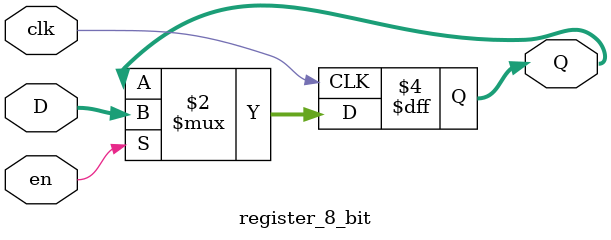
<source format=v>
`timescale 1ns / 1ps


module register_8_bit(
    input [7:0] D,
    input en,
    input clk,
    output reg [7:0] Q
    );
always @(posedge clk) begin
if (en) Q <= D;
end
endmodule

</source>
